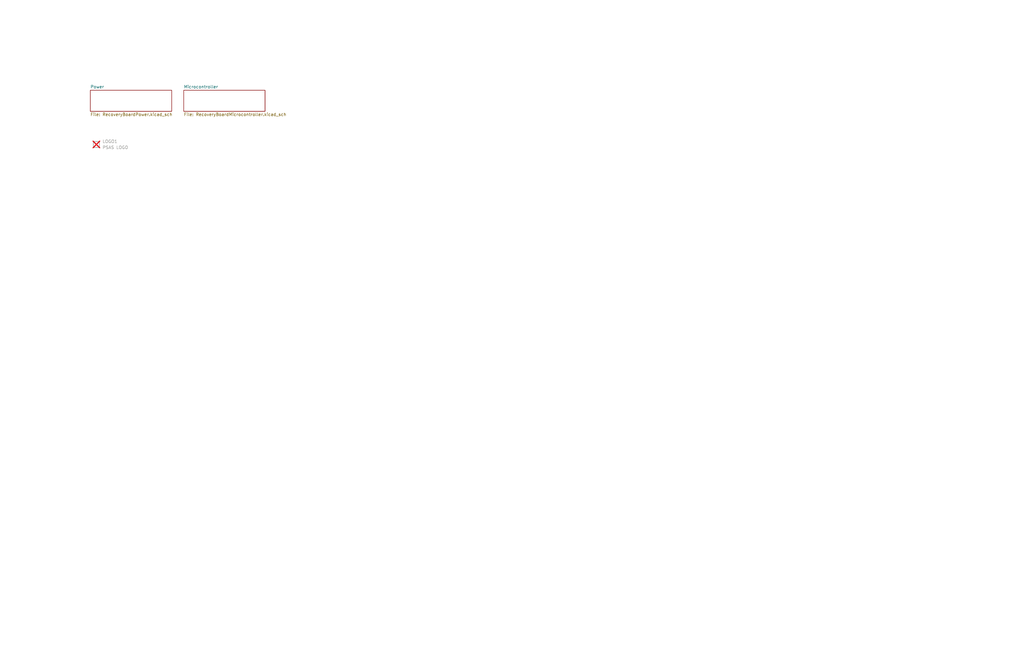
<source format=kicad_sch>
(kicad_sch (version 20231120) (generator "eeschema") (generator_version "8.0")
  (paper "USLedger")
  (title_block (title "Electromechanical Recovery System Board") (date "2024-03-XX") (rev "3.1"))
  (lib_symbols
    (symbol "psas-graphics:PSAS LOGO" (in_bom no)
      (property "Reference" "LOGO" (at 0 2.54 0))
      (property "Value" "PSAS LOGO" (at 0 5.08 0))
      (symbol "PSAS LOGO_0_1"
        (rectangle (start -1.27 1.27) (end 1.27 -1.27) (stroke (width 0.254)))
      )
    )
  )
  (symbol (lib_id "psas-graphics:PSAS LOGO") (at 40.64 60.96 0) (unit 1) (in_bom no) (dnp yes)
    (property "Reference" "LOGO1" (at 43.18 59.6899 0) (effects (justify left)))
    (property "Value" "PSAS LOGO" (at 43.18 62.2299 0) (effects (justify left)))
    (property "Footprint" "psas-graphics:PSAS_LOGO_10X10" (effects (hide yes)))
  )
  (sheet (at 38.1 38.1) (size 34.29 8.89) (stroke (width 0.1524))
    (property "Sheetname" "Power" (at 38.1 37.3884 0) (effects (justify left bottom)))
    (property "Sheetfile" "RecoveryBoardPower.kicad_sch" (at 38.1 47.5746 0) (effects (justify left top)))
  )
  (sheet (at 77.47 38.1) (size 34.29 8.89) (stroke (width 0.1524))
    (property "Sheetname" "Microcontroller" (at 77.47 37.3884 0) (effects (justify left bottom)))
    (property "Sheetfile" "RecoveryBoardMicrocontroller.kicad_sch" (at 77.47 47.5746 0) (effects (justify left top)))
  )
)
</source>
